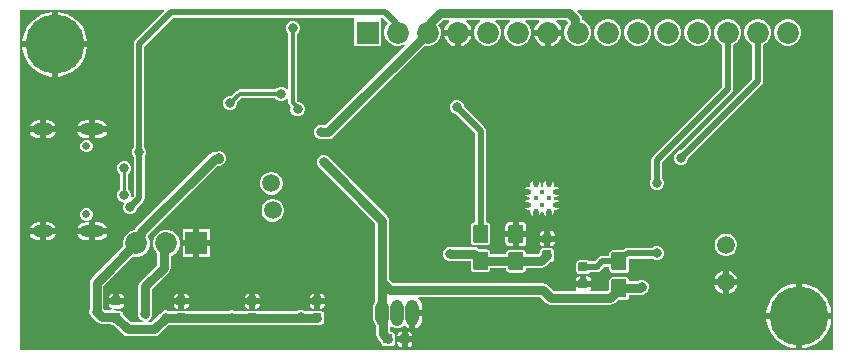
<source format=gbr>
%TF.GenerationSoftware,Altium Limited,Altium Designer,24.0.1 (36)*%
G04 Layer_Physical_Order=2*
G04 Layer_Color=16711680*
%FSLAX45Y45*%
%MOMM*%
%TF.SameCoordinates,0E29F696-F137-483D-8A73-7D746D5A856F*%
%TF.FilePolarity,Positive*%
%TF.FileFunction,Copper,L2,Bot,Signal*%
%TF.Part,Single*%
G01*
G75*
%TA.AperFunction,SMDPad,CuDef*%
G04:AMPARAMS|DCode=12|XSize=1.524mm|YSize=1.27mm|CornerRadius=0.09525mm|HoleSize=0mm|Usage=FLASHONLY|Rotation=270.000|XOffset=0mm|YOffset=0mm|HoleType=Round|Shape=RoundedRectangle|*
%AMROUNDEDRECTD12*
21,1,1.52400,1.07950,0,0,270.0*
21,1,1.33350,1.27000,0,0,270.0*
1,1,0.19050,-0.53975,-0.66675*
1,1,0.19050,-0.53975,0.66675*
1,1,0.19050,0.53975,0.66675*
1,1,0.19050,0.53975,-0.66675*
%
%ADD12ROUNDEDRECTD12*%
G04:AMPARAMS|DCode=16|XSize=0.762mm|YSize=0.762mm|CornerRadius=0.0381mm|HoleSize=0mm|Usage=FLASHONLY|Rotation=0.000|XOffset=0mm|YOffset=0mm|HoleType=Round|Shape=RoundedRectangle|*
%AMROUNDEDRECTD16*
21,1,0.76200,0.68580,0,0,0.0*
21,1,0.68580,0.76200,0,0,0.0*
1,1,0.07620,0.34290,-0.34290*
1,1,0.07620,-0.34290,-0.34290*
1,1,0.07620,-0.34290,0.34290*
1,1,0.07620,0.34290,0.34290*
%
%ADD16ROUNDEDRECTD16*%
%TA.AperFunction,Conductor*%
%ADD22C,0.50000*%
%ADD23C,0.25000*%
%ADD25C,0.75000*%
%ADD26C,0.30000*%
%TA.AperFunction,ComponentPad*%
%ADD27C,0.40000*%
%ADD28C,1.85000*%
%ADD29R,1.85000X1.85000*%
%ADD30O,1.11000X2.22000*%
%ADD31C,0.65000*%
%ADD32O,2.10000X1.00000*%
%ADD33O,1.80000X1.00000*%
%ADD34C,5.00000*%
%TA.AperFunction,ViaPad*%
%ADD35C,1.50000*%
%ADD36C,0.80000*%
%TA.AperFunction,SMDPad,CuDef*%
G04:AMPARAMS|DCode=37|XSize=0.762mm|YSize=0.762mm|CornerRadius=0.0381mm|HoleSize=0mm|Usage=FLASHONLY|Rotation=270.000|XOffset=0mm|YOffset=0mm|HoleType=Round|Shape=RoundedRectangle|*
%AMROUNDEDRECTD37*
21,1,0.76200,0.68580,0,0,270.0*
21,1,0.68580,0.76200,0,0,270.0*
1,1,0.07620,-0.34290,-0.34290*
1,1,0.07620,-0.34290,0.34290*
1,1,0.07620,0.34290,0.34290*
1,1,0.07620,0.34290,-0.34290*
%
%ADD37ROUNDEDRECTD37*%
G36*
X6941373Y2250000D02*
X6941373Y2249999D01*
Y750000D01*
Y58627D01*
X58626D01*
X58627Y2941373D01*
X1272393Y2941373D01*
X1277253Y2929640D01*
X1030837Y2683223D01*
X1020891Y2668338D01*
X1017399Y2650780D01*
Y1773791D01*
X1012415Y1768807D01*
X1003280Y1746755D01*
Y1722885D01*
X1012415Y1700833D01*
X1020918Y1692329D01*
Y1365205D01*
X1011533Y1355819D01*
X1006481Y1357476D01*
X999800Y1362047D01*
Y1383535D01*
X990666Y1405587D01*
X973787Y1422466D01*
X972937Y1422818D01*
Y1548982D01*
X973787Y1549334D01*
X990666Y1566213D01*
X999800Y1588265D01*
Y1612135D01*
X990666Y1634187D01*
X973787Y1651066D01*
X951735Y1660200D01*
X927865D01*
X905813Y1651066D01*
X888934Y1634187D01*
X879800Y1612135D01*
Y1588265D01*
X888934Y1566213D01*
X905813Y1549334D01*
X906663Y1548982D01*
Y1422818D01*
X905813Y1422466D01*
X888934Y1405587D01*
X879800Y1383535D01*
Y1359665D01*
X888934Y1337613D01*
X905813Y1320734D01*
X927865Y1311600D01*
X930754D01*
X937627Y1298900D01*
X930600Y1281935D01*
Y1258065D01*
X939734Y1236013D01*
X956613Y1219134D01*
X978665Y1210000D01*
X1002535D01*
X1024587Y1219134D01*
X1041466Y1236013D01*
X1050600Y1258065D01*
Y1265114D01*
X1099243Y1313757D01*
X1109189Y1328642D01*
X1112682Y1346200D01*
Y1699369D01*
X1114146Y1700833D01*
X1123280Y1722885D01*
Y1746755D01*
X1114146Y1768807D01*
X1109162Y1773791D01*
Y2631775D01*
X1352505Y2875118D01*
X2887303D01*
X2887500Y2862500D01*
X2887500Y2862418D01*
Y2637500D01*
X3112500D01*
Y2862418D01*
X3112500Y2862500D01*
X3112697Y2875118D01*
X3126706D01*
X3173362Y2828462D01*
X3163978Y2819077D01*
X3149167Y2793423D01*
X3141500Y2764811D01*
Y2735189D01*
X3149167Y2706577D01*
X3163978Y2680924D01*
X3184924Y2659978D01*
X3210577Y2645167D01*
X3239189Y2637500D01*
X3268811D01*
X3297423Y2645167D01*
X3308952Y2651823D01*
X3316750Y2641660D01*
X2639673Y1964583D01*
X2616441D01*
X2615435Y1965000D01*
X2591565D01*
X2569513Y1955866D01*
X2552634Y1938987D01*
X2543500Y1916935D01*
Y1893065D01*
X2552634Y1871013D01*
X2569513Y1854134D01*
X2591565Y1845000D01*
X2615435D01*
X2621060Y1847330D01*
X2663957D01*
X2686392Y1851793D01*
X2705412Y1864501D01*
X3481534Y2640623D01*
X3493189Y2637500D01*
X3522811D01*
X3551423Y2645167D01*
X3577077Y2659978D01*
X3598023Y2680924D01*
X3612833Y2706577D01*
X3620500Y2735189D01*
Y2764811D01*
X3612833Y2793423D01*
X3598924Y2817514D01*
X3637784Y2856373D01*
X3686709D01*
X3689399Y2846333D01*
X3689503Y2843673D01*
X3667977Y2822147D01*
X3652508Y2795353D01*
X3647054Y2775000D01*
X3876946D01*
X3871493Y2795353D01*
X3856024Y2822147D01*
X3834497Y2843673D01*
X3834601Y2846333D01*
X3837291Y2856373D01*
X3949844D01*
X3953247Y2843673D01*
X3946924Y2840023D01*
X3925978Y2819077D01*
X3911167Y2793423D01*
X3903500Y2764811D01*
Y2735189D01*
X3911167Y2706577D01*
X3925978Y2680924D01*
X3946924Y2659978D01*
X3972577Y2645167D01*
X4001189Y2637500D01*
X4030811D01*
X4059423Y2645167D01*
X4085077Y2659978D01*
X4106023Y2680924D01*
X4120833Y2706577D01*
X4128500Y2735189D01*
Y2764811D01*
X4120833Y2793423D01*
X4106023Y2819077D01*
X4085077Y2840023D01*
X4078754Y2843673D01*
X4082156Y2856373D01*
X4203844D01*
X4207247Y2843673D01*
X4200924Y2840023D01*
X4179978Y2819077D01*
X4165167Y2793423D01*
X4157500Y2764811D01*
Y2735189D01*
X4165167Y2706577D01*
X4179978Y2680924D01*
X4200924Y2659978D01*
X4226577Y2645167D01*
X4255189Y2637500D01*
X4284811D01*
X4313423Y2645167D01*
X4339077Y2659978D01*
X4360023Y2680924D01*
X4374833Y2706577D01*
X4382500Y2735189D01*
Y2764811D01*
X4374833Y2793423D01*
X4360023Y2819077D01*
X4339077Y2840023D01*
X4332754Y2843673D01*
X4336156Y2856373D01*
X4448709D01*
X4451399Y2846333D01*
X4451503Y2843673D01*
X4429977Y2822147D01*
X4414508Y2795353D01*
X4409054Y2775000D01*
X4638946D01*
X4633493Y2795353D01*
X4618024Y2822147D01*
X4596497Y2843673D01*
X4596601Y2846333D01*
X4599291Y2856373D01*
X4680717D01*
X4698326Y2838764D01*
Y2829425D01*
X4687978Y2819077D01*
X4673167Y2793423D01*
X4665500Y2764811D01*
Y2735189D01*
X4673167Y2706577D01*
X4687978Y2680924D01*
X4708924Y2659978D01*
X4734577Y2645167D01*
X4763189Y2637500D01*
X4792811D01*
X4821423Y2645167D01*
X4847077Y2659978D01*
X4868023Y2680924D01*
X4882833Y2706577D01*
X4890500Y2735189D01*
Y2764811D01*
X4882833Y2793423D01*
X4868023Y2819077D01*
X4847077Y2840023D01*
X4821423Y2854833D01*
X4815579Y2856399D01*
Y2863047D01*
X4811116Y2885483D01*
X4798408Y2904502D01*
X4773270Y2929640D01*
X4778130Y2941373D01*
X6941373D01*
Y2250000D01*
D02*
G37*
%LPC*%
G36*
X375000Y2924468D02*
Y2675000D01*
X624468D01*
X618229Y2714396D01*
X604852Y2755563D01*
X585201Y2794131D01*
X559758Y2829150D01*
X529151Y2859758D01*
X494132Y2885201D01*
X455563Y2904852D01*
X414396Y2918228D01*
X375000Y2924468D01*
D02*
G37*
G36*
X325000D02*
X285604Y2918228D01*
X244437Y2904852D01*
X205869Y2885201D01*
X170850Y2859758D01*
X140242Y2829150D01*
X114799Y2794131D01*
X95148Y2755563D01*
X81771Y2714396D01*
X75532Y2675000D01*
X325000D01*
Y2924468D01*
D02*
G37*
G36*
X6570811Y2862500D02*
X6541189D01*
X6512577Y2854833D01*
X6486924Y2840023D01*
X6465978Y2819077D01*
X6451167Y2793423D01*
X6443500Y2764811D01*
Y2735189D01*
X6451167Y2706577D01*
X6465978Y2680924D01*
X6486924Y2659978D01*
X6512577Y2645167D01*
X6541189Y2637500D01*
X6570811D01*
X6599423Y2645167D01*
X6625077Y2659978D01*
X6646023Y2680924D01*
X6660833Y2706577D01*
X6668500Y2735189D01*
Y2764811D01*
X6660833Y2793423D01*
X6646023Y2819077D01*
X6625077Y2840023D01*
X6599423Y2854833D01*
X6570811Y2862500D01*
D02*
G37*
G36*
X5808811D02*
X5779189D01*
X5750577Y2854833D01*
X5724924Y2840023D01*
X5703978Y2819077D01*
X5689167Y2793423D01*
X5681500Y2764811D01*
Y2735189D01*
X5689167Y2706577D01*
X5703978Y2680924D01*
X5724924Y2659978D01*
X5750577Y2645167D01*
X5779189Y2637500D01*
X5808811D01*
X5837423Y2645167D01*
X5863077Y2659978D01*
X5884023Y2680924D01*
X5898833Y2706577D01*
X5906500Y2735189D01*
Y2764811D01*
X5898833Y2793423D01*
X5884023Y2819077D01*
X5863077Y2840023D01*
X5837423Y2854833D01*
X5808811Y2862500D01*
D02*
G37*
G36*
X5554811D02*
X5525189D01*
X5496577Y2854833D01*
X5470924Y2840023D01*
X5449978Y2819077D01*
X5435167Y2793423D01*
X5427500Y2764811D01*
Y2735189D01*
X5435167Y2706577D01*
X5449978Y2680924D01*
X5470924Y2659978D01*
X5496577Y2645167D01*
X5525189Y2637500D01*
X5554811D01*
X5583423Y2645167D01*
X5609077Y2659978D01*
X5630023Y2680924D01*
X5644833Y2706577D01*
X5652500Y2735189D01*
Y2764811D01*
X5644833Y2793423D01*
X5630023Y2819077D01*
X5609077Y2840023D01*
X5583423Y2854833D01*
X5554811Y2862500D01*
D02*
G37*
G36*
X5300811D02*
X5271189D01*
X5242577Y2854833D01*
X5216924Y2840023D01*
X5195978Y2819077D01*
X5181167Y2793423D01*
X5173500Y2764811D01*
Y2735189D01*
X5181167Y2706577D01*
X5195978Y2680924D01*
X5216924Y2659978D01*
X5242577Y2645167D01*
X5271189Y2637500D01*
X5300811D01*
X5329423Y2645167D01*
X5355077Y2659978D01*
X5376023Y2680924D01*
X5390833Y2706577D01*
X5398500Y2735189D01*
Y2764811D01*
X5390833Y2793423D01*
X5376023Y2819077D01*
X5355077Y2840023D01*
X5329423Y2854833D01*
X5300811Y2862500D01*
D02*
G37*
G36*
X5046811D02*
X5017189D01*
X4988577Y2854833D01*
X4962924Y2840023D01*
X4941978Y2819077D01*
X4927167Y2793423D01*
X4919500Y2764811D01*
Y2735189D01*
X4927167Y2706577D01*
X4941978Y2680924D01*
X4962924Y2659978D01*
X4988577Y2645167D01*
X5017189Y2637500D01*
X5046811D01*
X5075423Y2645167D01*
X5101077Y2659978D01*
X5122023Y2680924D01*
X5136833Y2706577D01*
X5144500Y2735189D01*
Y2764811D01*
X5136833Y2793423D01*
X5122023Y2819077D01*
X5101077Y2840023D01*
X5075423Y2854833D01*
X5046811Y2862500D01*
D02*
G37*
G36*
X4638946Y2725000D02*
X4549000D01*
Y2635054D01*
X4569353Y2640508D01*
X4596147Y2655977D01*
X4618024Y2677853D01*
X4633493Y2704647D01*
X4638946Y2725000D01*
D02*
G37*
G36*
X4499000D02*
X4409054D01*
X4414508Y2704647D01*
X4429977Y2677853D01*
X4451853Y2655977D01*
X4478647Y2640508D01*
X4499000Y2635054D01*
Y2725000D01*
D02*
G37*
G36*
X3876946D02*
X3787000D01*
Y2635054D01*
X3807353Y2640508D01*
X3834147Y2655977D01*
X3856024Y2677853D01*
X3871493Y2704647D01*
X3876946Y2725000D01*
D02*
G37*
G36*
X3737000D02*
X3647054D01*
X3652508Y2704647D01*
X3667977Y2677853D01*
X3689853Y2655977D01*
X3716647Y2640508D01*
X3737000Y2635054D01*
Y2725000D01*
D02*
G37*
G36*
X624468Y2625000D02*
X375000D01*
Y2375531D01*
X414396Y2381771D01*
X455563Y2395147D01*
X494132Y2414799D01*
X529151Y2440241D01*
X559758Y2470849D01*
X585201Y2505868D01*
X604852Y2544436D01*
X618229Y2585604D01*
X624468Y2625000D01*
D02*
G37*
G36*
X325000D02*
X75532D01*
X81771Y2585604D01*
X95148Y2544436D01*
X114799Y2505868D01*
X140242Y2470849D01*
X170850Y2440241D01*
X205869Y2414799D01*
X244437Y2395147D01*
X285604Y2381771D01*
X325000Y2375531D01*
Y2625000D01*
D02*
G37*
G36*
X2376675Y2848920D02*
X2352805D01*
X2330753Y2839786D01*
X2313874Y2822907D01*
X2304740Y2800855D01*
Y2776985D01*
X2313874Y2754933D01*
X2329054Y2739753D01*
Y2273272D01*
X2328969Y2273215D01*
X2316354Y2269378D01*
X2302207Y2283526D01*
X2280155Y2292660D01*
X2256285D01*
X2234233Y2283526D01*
X2219053Y2268346D01*
X1915160D01*
X1901504Y2265629D01*
X1889926Y2257894D01*
X1845953Y2213920D01*
X1824485D01*
X1802433Y2204786D01*
X1785554Y2187907D01*
X1776420Y2165855D01*
Y2141985D01*
X1785554Y2119933D01*
X1802433Y2103054D01*
X1824485Y2093920D01*
X1848355D01*
X1870407Y2103054D01*
X1887286Y2119933D01*
X1896420Y2141985D01*
Y2163453D01*
X1929942Y2196974D01*
X2219053D01*
X2234233Y2181794D01*
X2256285Y2172660D01*
X2280155D01*
X2302207Y2181794D01*
X2316354Y2195942D01*
X2328969Y2192105D01*
X2329054Y2192048D01*
Y2157290D01*
X2331771Y2143634D01*
X2339506Y2132056D01*
X2348639Y2122923D01*
X2345380Y2115055D01*
Y2091185D01*
X2354514Y2069133D01*
X2371393Y2052254D01*
X2393445Y2043120D01*
X2417315D01*
X2439367Y2052254D01*
X2456246Y2069133D01*
X2465380Y2091185D01*
Y2115055D01*
X2456246Y2137107D01*
X2439367Y2153986D01*
X2417315Y2163120D01*
X2409377D01*
X2400426Y2172072D01*
Y2739753D01*
X2415606Y2754933D01*
X2424740Y2776985D01*
Y2800855D01*
X2415606Y2822907D01*
X2398727Y2839786D01*
X2376675Y2848920D01*
D02*
G37*
G36*
X723000Y2007647D02*
X693000D01*
Y1957000D01*
X793824D01*
X788512Y1969823D01*
X776491Y1985491D01*
X760824Y1997512D01*
X742579Y2005069D01*
X723000Y2007647D01*
D02*
G37*
G36*
X643000D02*
X613000D01*
X593421Y2005069D01*
X575176Y1997512D01*
X559509Y1985491D01*
X547488Y1969823D01*
X542176Y1957000D01*
X643000D01*
Y2007647D01*
D02*
G37*
G36*
X290000D02*
X275000D01*
Y1957000D01*
X360824D01*
X355512Y1969823D01*
X343491Y1985491D01*
X327823Y1997512D01*
X309579Y2005069D01*
X290000Y2007647D01*
D02*
G37*
G36*
X225000D02*
X210000D01*
X190421Y2005069D01*
X172177Y1997512D01*
X156509Y1985491D01*
X144488Y1969823D01*
X139176Y1957000D01*
X225000D01*
Y2007647D01*
D02*
G37*
G36*
X793824Y1907000D02*
X693000D01*
Y1856353D01*
X723000D01*
X742579Y1858930D01*
X760824Y1866488D01*
X776491Y1878509D01*
X788512Y1894177D01*
X793824Y1907000D01*
D02*
G37*
G36*
X643000D02*
X542176D01*
X547488Y1894177D01*
X559509Y1878509D01*
X575176Y1866488D01*
X593421Y1858930D01*
X613000Y1856353D01*
X643000D01*
Y1907000D01*
D02*
G37*
G36*
X360824D02*
X275000D01*
Y1856353D01*
X290000D01*
X309579Y1858930D01*
X327823Y1866488D01*
X343491Y1878509D01*
X355512Y1894177D01*
X360824Y1907000D01*
D02*
G37*
G36*
X225000D02*
X139176D01*
X144488Y1894177D01*
X156509Y1878509D01*
X172177Y1866488D01*
X190421Y1858930D01*
X210000Y1856353D01*
X225000D01*
Y1907000D01*
D02*
G37*
G36*
X628443Y1841500D02*
X607557D01*
X588261Y1833507D01*
X573493Y1818739D01*
X565500Y1799443D01*
Y1778557D01*
X573493Y1759261D01*
X588261Y1744493D01*
X607557Y1736500D01*
X628443D01*
X647739Y1744493D01*
X662507Y1759261D01*
X670500Y1778557D01*
Y1799443D01*
X662507Y1818739D01*
X647739Y1833507D01*
X628443Y1841500D01*
D02*
G37*
G36*
X6316811Y2862500D02*
X6287189D01*
X6258577Y2854833D01*
X6232924Y2840023D01*
X6211978Y2819077D01*
X6197167Y2793423D01*
X6189500Y2764811D01*
Y2735189D01*
X6197167Y2706577D01*
X6211978Y2680924D01*
X6232924Y2659978D01*
X6256119Y2646586D01*
Y2358605D01*
X5649154Y1751640D01*
X5642105D01*
X5620053Y1742506D01*
X5603174Y1725627D01*
X5594040Y1703575D01*
Y1679705D01*
X5603174Y1657653D01*
X5620053Y1640774D01*
X5642105Y1631640D01*
X5665975D01*
X5688027Y1640774D01*
X5704906Y1657653D01*
X5714040Y1679705D01*
Y1686754D01*
X6334443Y2307157D01*
X6344389Y2322042D01*
X6347882Y2339600D01*
Y2646586D01*
X6371077Y2659978D01*
X6392023Y2680924D01*
X6406833Y2706577D01*
X6414500Y2735189D01*
Y2764811D01*
X6406833Y2793423D01*
X6392023Y2819077D01*
X6371077Y2840023D01*
X6345423Y2854833D01*
X6316811Y2862500D01*
D02*
G37*
G36*
X1752415Y1744020D02*
X1728545D01*
X1722920Y1741690D01*
X1703383D01*
X1680948Y1737227D01*
X1661928Y1724519D01*
X1041962Y1104552D01*
X1029253Y1085532D01*
X1027695Y1077700D01*
X1026589D01*
X997977Y1070033D01*
X972323Y1055222D01*
X951378Y1034277D01*
X936567Y1008623D01*
X928900Y980011D01*
Y950389D01*
X932023Y938733D01*
X662245Y668955D01*
X649536Y649935D01*
X645073Y627500D01*
Y402064D01*
X643700Y398749D01*
Y374879D01*
X652834Y352827D01*
X669713Y335949D01*
X673029Y334575D01*
X706179Y301425D01*
X725199Y288716D01*
X747634Y284253D01*
X821796D01*
X827920Y280161D01*
X837210Y278314D01*
X847156D01*
X928165Y197305D01*
X947185Y184596D01*
X969620Y180133D01*
X1189780D01*
X1212215Y184596D01*
X1231235Y197305D01*
X1312184Y278253D01*
X1831449D01*
X1834765Y276880D01*
X1858635D01*
X1861950Y278253D01*
X2423547D01*
X2430900Y279716D01*
X2438253Y278253D01*
X2571500D01*
X2571802Y278314D01*
X2605790D01*
X2615080Y280161D01*
X2622956Y285424D01*
X2628218Y293300D01*
X2630066Y302590D01*
Y336577D01*
X2630126Y336880D01*
X2630066Y337182D01*
Y371170D01*
X2628218Y380460D01*
X2622956Y388336D01*
X2615080Y393598D01*
X2605790Y395446D01*
X2571802D01*
X2571500Y395506D01*
X2460636D01*
X2442835Y402880D01*
X2418965D01*
X2401164Y395506D01*
X1861950D01*
X1858635Y396880D01*
X1834765D01*
X1831449Y395506D01*
X1303150D01*
X1299835Y396880D01*
X1275965D01*
X1253913Y387745D01*
X1237034Y370867D01*
X1235661Y367551D01*
X1165496Y297387D01*
X1142506D01*
X1139980Y310087D01*
X1151587Y314894D01*
X1168466Y331773D01*
X1177600Y353825D01*
Y377695D01*
X1176227Y381010D01*
Y577696D01*
X1317275Y718745D01*
X1329984Y737765D01*
X1334446Y760200D01*
Y859194D01*
X1338823Y860367D01*
X1364477Y875178D01*
X1385422Y896123D01*
X1400233Y921777D01*
X1407900Y950389D01*
Y980011D01*
X1400233Y1008623D01*
X1385422Y1034277D01*
X1364477Y1055222D01*
X1338823Y1070033D01*
X1310211Y1077700D01*
X1280589D01*
X1251977Y1070033D01*
X1226323Y1055222D01*
X1205378Y1034277D01*
X1190567Y1008623D01*
X1182900Y980011D01*
Y950389D01*
X1190567Y921777D01*
X1205378Y896123D01*
X1217193Y884308D01*
Y784484D01*
X1076145Y643435D01*
X1063436Y624415D01*
X1058973Y601980D01*
Y381010D01*
X1057600Y377695D01*
Y353825D01*
X1066734Y331773D01*
X1083613Y314894D01*
X1095220Y310087D01*
X1092694Y297387D01*
X993904D01*
X930066Y361224D01*
Y371170D01*
X928218Y380460D01*
X922956Y388336D01*
X915080Y393598D01*
X905790Y395446D01*
X874219D01*
X870900Y396106D01*
X868403D01*
X867000Y397044D01*
X851054Y400216D01*
X852305Y412916D01*
X905790D01*
X917031Y415152D01*
X926561Y421519D01*
X932928Y431049D01*
X935164Y442290D01*
Y451580D01*
X871500D01*
X807836D01*
Y442290D01*
X810072Y431049D01*
X816439Y421519D01*
X825969Y415152D01*
X830720Y414206D01*
X829470Y401506D01*
X771918D01*
X762326Y411098D01*
Y603216D01*
X1014933Y855823D01*
X1026589Y852700D01*
X1056211D01*
X1084823Y860367D01*
X1110477Y875178D01*
X1131422Y896123D01*
X1146233Y921777D01*
X1153900Y950389D01*
Y980011D01*
X1146233Y1008623D01*
X1138921Y1021288D01*
X1142043Y1036982D01*
Y1038813D01*
X1727630Y1624399D01*
X1728545Y1624020D01*
X1752415D01*
X1774467Y1633154D01*
X1791346Y1650033D01*
X1800480Y1672085D01*
Y1695955D01*
X1791346Y1718007D01*
X1774467Y1734886D01*
X1752415Y1744020D01*
D02*
G37*
G36*
X4445999Y1494352D02*
Y1456000D01*
X4396000D01*
Y1494352D01*
X4395510Y1494149D01*
X4382851Y1481490D01*
X4376000Y1464951D01*
Y1457733D01*
X4375037Y1446963D01*
X4364267Y1446000D01*
X4357049D01*
X4340509Y1439149D01*
X4327851Y1426490D01*
X4327648Y1426000D01*
X4365999D01*
Y1376000D01*
X4327648D01*
X4327851Y1375510D01*
X4340509Y1362851D01*
X4357049Y1356000D01*
X4364267D01*
X4367114Y1355746D01*
X4372598Y1346000D01*
X4367114Y1336255D01*
X4364267Y1336000D01*
X4357049D01*
X4340509Y1329149D01*
X4327851Y1316490D01*
X4327647Y1315999D01*
X4365999D01*
Y1266000D01*
X4327648D01*
X4327851Y1265510D01*
X4340509Y1252851D01*
X4357049Y1246000D01*
X4364267D01*
X4375037Y1245037D01*
X4376000Y1234267D01*
Y1227049D01*
X4382851Y1210510D01*
X4395510Y1197851D01*
X4396000Y1197648D01*
Y1236000D01*
X4445999D01*
Y1197648D01*
X4446490Y1197851D01*
X4459149Y1210510D01*
X4466000Y1227049D01*
Y1234267D01*
X4466305Y1237674D01*
X4472597Y1241559D01*
X4485935Y1234999D01*
X4486000Y1234267D01*
Y1227049D01*
X4492851Y1210510D01*
X4505510Y1197851D01*
X4506000Y1197648D01*
Y1236000D01*
X4556000D01*
Y1197648D01*
X4556491Y1197851D01*
X4569149Y1210510D01*
X4576000Y1227049D01*
Y1234267D01*
X4576963Y1245037D01*
X4587733Y1246000D01*
X4594951D01*
X4611490Y1252851D01*
X4624149Y1265510D01*
X4624352Y1266000D01*
X4586000D01*
Y1315999D01*
X4624352D01*
X4624149Y1316490D01*
X4611490Y1329149D01*
X4594951Y1336000D01*
X4587733D01*
X4576963Y1336963D01*
X4576155Y1346000D01*
X4576963Y1355037D01*
X4587733Y1356000D01*
X4594951D01*
X4611490Y1362851D01*
X4624149Y1375510D01*
X4624352Y1376000D01*
X4586000D01*
Y1426000D01*
X4624352D01*
X4624149Y1426490D01*
X4611490Y1439149D01*
X4594951Y1446000D01*
X4587733D01*
X4576963Y1446963D01*
X4576000Y1457733D01*
Y1464951D01*
X4569149Y1481490D01*
X4556491Y1494149D01*
X4556000Y1494352D01*
Y1456000D01*
X4506000D01*
Y1494352D01*
X4505510Y1494149D01*
X4492851Y1481490D01*
X4486000Y1464951D01*
Y1457733D01*
X4485037Y1446963D01*
X4476000Y1446155D01*
X4466963Y1446963D01*
X4466000Y1457733D01*
Y1464951D01*
X4459149Y1481490D01*
X4446490Y1494149D01*
X4445999Y1494352D01*
D02*
G37*
G36*
X6062811Y2862500D02*
X6033189D01*
X6004577Y2854833D01*
X5978924Y2840023D01*
X5957978Y2819077D01*
X5943167Y2793423D01*
X5935500Y2764811D01*
Y2735189D01*
X5943167Y2706577D01*
X5957978Y2680924D01*
X5978924Y2659978D01*
X6002119Y2646586D01*
Y2292565D01*
X5414557Y1705003D01*
X5404611Y1690118D01*
X5401118Y1672560D01*
Y1514971D01*
X5396134Y1509987D01*
X5387000Y1487935D01*
Y1464065D01*
X5396134Y1442013D01*
X5413013Y1425135D01*
X5435065Y1416000D01*
X5458935D01*
X5480987Y1425135D01*
X5497866Y1442013D01*
X5507000Y1464065D01*
Y1487935D01*
X5497866Y1509987D01*
X5492882Y1514971D01*
Y1653555D01*
X6080443Y2241117D01*
X6090389Y2256002D01*
X6093882Y2273560D01*
Y2646586D01*
X6117077Y2659978D01*
X6138023Y2680924D01*
X6152833Y2706577D01*
X6160500Y2735189D01*
Y2764811D01*
X6152833Y2793423D01*
X6138023Y2819077D01*
X6117077Y2840023D01*
X6091423Y2854833D01*
X6062811Y2862500D01*
D02*
G37*
G36*
X2196907Y1568200D02*
X2171893D01*
X2147732Y1561726D01*
X2126069Y1549219D01*
X2108381Y1531531D01*
X2095874Y1509868D01*
X2089400Y1485707D01*
Y1460693D01*
X2095874Y1436532D01*
X2108381Y1414869D01*
X2126069Y1397181D01*
X2147732Y1384674D01*
X2171893Y1378200D01*
X2196907D01*
X2221068Y1384674D01*
X2242731Y1397181D01*
X2260419Y1414869D01*
X2272926Y1436532D01*
X2279400Y1460693D01*
Y1485707D01*
X2272926Y1509868D01*
X2260419Y1531531D01*
X2242731Y1549219D01*
X2221068Y1561726D01*
X2196907Y1568200D01*
D02*
G37*
G36*
X628443Y1263500D02*
X607557D01*
X588261Y1255508D01*
X573493Y1240739D01*
X565500Y1221443D01*
Y1200557D01*
X573493Y1181261D01*
X588261Y1166493D01*
X607557Y1158500D01*
X628443D01*
X647739Y1166493D01*
X662507Y1181261D01*
X670500Y1200557D01*
Y1221443D01*
X662507Y1240739D01*
X647739Y1255508D01*
X628443Y1263500D01*
D02*
G37*
G36*
X2208307Y1339600D02*
X2183293D01*
X2159132Y1333126D01*
X2137469Y1320619D01*
X2119781Y1302931D01*
X2107274Y1281268D01*
X2100800Y1257107D01*
Y1232093D01*
X2107274Y1207932D01*
X2119781Y1186269D01*
X2137469Y1168581D01*
X2159132Y1156074D01*
X2183293Y1149600D01*
X2208307D01*
X2232468Y1156074D01*
X2254131Y1168581D01*
X2271819Y1186269D01*
X2284326Y1207932D01*
X2290800Y1232093D01*
Y1257107D01*
X2284326Y1281268D01*
X2271819Y1302931D01*
X2254131Y1320619D01*
X2232468Y1333126D01*
X2208307Y1339600D01*
D02*
G37*
G36*
X723000Y1143647D02*
X693000D01*
Y1093000D01*
X793824D01*
X788512Y1105824D01*
X776491Y1121491D01*
X760824Y1133512D01*
X742579Y1141070D01*
X723000Y1143647D01*
D02*
G37*
G36*
X643000D02*
X613000D01*
X593421Y1141070D01*
X575176Y1133512D01*
X559509Y1121491D01*
X547488Y1105824D01*
X542176Y1093000D01*
X643000D01*
Y1143647D01*
D02*
G37*
G36*
X290000D02*
X275000D01*
Y1093000D01*
X360824D01*
X355512Y1105824D01*
X343491Y1121491D01*
X327823Y1133512D01*
X309579Y1141070D01*
X290000Y1143647D01*
D02*
G37*
G36*
X225000D02*
X210000D01*
X190421Y1141070D01*
X172177Y1133512D01*
X156509Y1121491D01*
X144488Y1105824D01*
X139176Y1093000D01*
X225000D01*
Y1143647D01*
D02*
G37*
G36*
X4308475Y1145816D02*
X4279500D01*
Y1068940D01*
X4343676D01*
Y1110615D01*
X4340997Y1124086D01*
X4333366Y1135506D01*
X4321946Y1143137D01*
X4308475Y1145816D01*
D02*
G37*
G36*
X4229500D02*
X4200525D01*
X4187054Y1143137D01*
X4175634Y1135506D01*
X4168003Y1124086D01*
X4165324Y1110615D01*
Y1068940D01*
X4229500D01*
Y1145816D01*
D02*
G37*
G36*
X4552950Y1069504D02*
X4543660D01*
Y1030840D01*
X4582324D01*
Y1040130D01*
X4580088Y1051371D01*
X4573721Y1060901D01*
X4564191Y1067268D01*
X4552950Y1069504D01*
D02*
G37*
G36*
X4493660D02*
X4484370D01*
X4473129Y1067268D01*
X4463599Y1060901D01*
X4457232Y1051371D01*
X4454996Y1040130D01*
Y1030840D01*
X4493660D01*
Y1069504D01*
D02*
G37*
G36*
X793824Y1043000D02*
X693000D01*
Y992353D01*
X723000D01*
X742579Y994931D01*
X760824Y1002488D01*
X776491Y1014510D01*
X788512Y1030177D01*
X793824Y1043000D01*
D02*
G37*
G36*
X643000D02*
X542176D01*
X547488Y1030177D01*
X559509Y1014510D01*
X575176Y1002488D01*
X593421Y994931D01*
X613000Y992353D01*
X643000D01*
Y1043000D01*
D02*
G37*
G36*
X360824D02*
X275000D01*
Y992353D01*
X290000D01*
X309579Y994931D01*
X327823Y1002488D01*
X343491Y1014510D01*
X355512Y1030177D01*
X360824Y1043000D01*
D02*
G37*
G36*
X225000D02*
X139176D01*
X144488Y1030177D01*
X156509Y1014510D01*
X172177Y1002488D01*
X190421Y994931D01*
X210000Y992353D01*
X225000D01*
Y1043000D01*
D02*
G37*
G36*
X1666900Y1082700D02*
X1574400D01*
Y990200D01*
X1666900D01*
Y1082700D01*
D02*
G37*
G36*
X1524400D02*
X1431900D01*
Y990200D01*
X1524400D01*
Y1082700D01*
D02*
G37*
G36*
X3766055Y2180900D02*
X3742185D01*
X3720133Y2171766D01*
X3703254Y2154887D01*
X3694120Y2132835D01*
Y2108965D01*
X3703254Y2086913D01*
X3720133Y2070034D01*
X3742185Y2060900D01*
X3749234D01*
X3908919Y1901215D01*
Y1143378D01*
X3900825D01*
X3889305Y1141087D01*
X3879539Y1134561D01*
X3873013Y1124795D01*
X3870722Y1113275D01*
Y979925D01*
X3873013Y968405D01*
X3879539Y958639D01*
X3889305Y952113D01*
X3900825Y949822D01*
X4008775D01*
X4020295Y952113D01*
X4030061Y958639D01*
X4036587Y968405D01*
X4038878Y979925D01*
Y1113275D01*
X4036587Y1124795D01*
X4030061Y1134561D01*
X4020295Y1141087D01*
X4008775Y1143378D01*
X4000682D01*
Y1920220D01*
X3997189Y1937778D01*
X3987243Y1952663D01*
X3814120Y2125786D01*
Y2132835D01*
X3804986Y2154887D01*
X3788107Y2171766D01*
X3766055Y2180900D01*
D02*
G37*
G36*
X4582324Y980840D02*
X4543660D01*
Y942176D01*
X4552950D01*
X4564191Y944412D01*
X4573721Y950779D01*
X4580088Y960309D01*
X4582324Y971550D01*
Y980840D01*
D02*
G37*
G36*
X4493660D02*
X4454996D01*
Y971550D01*
X4457232Y960309D01*
X4463599Y950779D01*
X4473129Y944412D01*
X4484370Y942176D01*
X4493660D01*
Y980840D01*
D02*
G37*
G36*
X4343676Y1018940D02*
X4279500D01*
Y942064D01*
X4308475D01*
X4321946Y944743D01*
X4333366Y952374D01*
X4340997Y963794D01*
X4343676Y977265D01*
Y1018940D01*
D02*
G37*
G36*
X4229500D02*
X4165324D01*
Y977265D01*
X4168003Y963794D01*
X4175634Y952374D01*
X4187054Y944743D01*
X4200525Y942064D01*
X4229500D01*
Y1018940D01*
D02*
G37*
G36*
X6045007Y1047500D02*
X6019993D01*
X5995832Y1041026D01*
X5974169Y1028519D01*
X5956481Y1010831D01*
X5943974Y989168D01*
X5937500Y965007D01*
Y939993D01*
X5943974Y915832D01*
X5956481Y894169D01*
X5974169Y876481D01*
X5995832Y863974D01*
X6019993Y857500D01*
X6045007D01*
X6069168Y863974D01*
X6090831Y876481D01*
X6108519Y894169D01*
X6121026Y915832D01*
X6127500Y939993D01*
Y965007D01*
X6121026Y989168D01*
X6108519Y1010831D01*
X6090831Y1028519D01*
X6069168Y1041026D01*
X6045007Y1047500D01*
D02*
G37*
G36*
X1666900Y940200D02*
X1574400D01*
Y847700D01*
X1666900D01*
Y940200D01*
D02*
G37*
G36*
X1524400D02*
X1431900D01*
Y847700D01*
X1524400D01*
Y940200D01*
D02*
G37*
G36*
X5457695Y941380D02*
X5433825D01*
X5411773Y932246D01*
X5406789Y927262D01*
X5199380D01*
X5181822Y923769D01*
X5166937Y913823D01*
X5162692Y909578D01*
X5076825D01*
X5065305Y907287D01*
X5055539Y900761D01*
X5049013Y890995D01*
X5046722Y879475D01*
Y858682D01*
X4984550D01*
X4966992Y855189D01*
X4952107Y845243D01*
X4920095Y813231D01*
X4877606D01*
X4877456Y813456D01*
X4869580Y818718D01*
X4860290Y820566D01*
X4791710D01*
X4782420Y818718D01*
X4774544Y813456D01*
X4769282Y805580D01*
X4767434Y796290D01*
Y727710D01*
X4769282Y718420D01*
X4774544Y710544D01*
X4782420Y705282D01*
X4791710Y703434D01*
X4860290D01*
X4869580Y705282D01*
X4877456Y710544D01*
X4882718Y718420D01*
X4883325Y721468D01*
X4939100D01*
X4956658Y724961D01*
X4971543Y734907D01*
X5003555Y766918D01*
X5046722D01*
Y746125D01*
X5049013Y734605D01*
X5055539Y724839D01*
X5065305Y718313D01*
X5076825Y716022D01*
X5184775D01*
X5196295Y718313D01*
X5206061Y724839D01*
X5212587Y734605D01*
X5214878Y746125D01*
Y831992D01*
X5218385Y835498D01*
X5406789D01*
X5411773Y830514D01*
X5433825Y821380D01*
X5457695D01*
X5479747Y830514D01*
X5496626Y847393D01*
X5505760Y869445D01*
Y893315D01*
X5496626Y915367D01*
X5479747Y932246D01*
X5457695Y941380D01*
D02*
G37*
G36*
X3707635Y936300D02*
X3683765D01*
X3661713Y927166D01*
X3644834Y910287D01*
X3635700Y888235D01*
Y864365D01*
X3644834Y842313D01*
X3661713Y825434D01*
X3683765Y816300D01*
X3707635D01*
X3710950Y817673D01*
X3870722D01*
Y751325D01*
X3873013Y739805D01*
X3879539Y730039D01*
X3889305Y723513D01*
X3900825Y721222D01*
X4008775D01*
X4020295Y723513D01*
X4030061Y730039D01*
X4036587Y739805D01*
X4038878Y751325D01*
Y758043D01*
X4170422D01*
Y748665D01*
X4172713Y737145D01*
X4179239Y727379D01*
X4189005Y720853D01*
X4200525Y718562D01*
X4308475D01*
X4319995Y720853D01*
X4329761Y727379D01*
X4336287Y737145D01*
X4338578Y748665D01*
Y756713D01*
X4467860D01*
X4490295Y761176D01*
X4509315Y773885D01*
X4543004Y807574D01*
X4552950D01*
X4562240Y809422D01*
X4570116Y814684D01*
X4575378Y822560D01*
X4577226Y831850D01*
Y865837D01*
X4577287Y866140D01*
X4577226Y866443D01*
Y900430D01*
X4575378Y909720D01*
X4570116Y917596D01*
X4562240Y922858D01*
X4552950Y924706D01*
X4518963D01*
X4518660Y924767D01*
X4518357Y924706D01*
X4484370D01*
X4475080Y922858D01*
X4467204Y917596D01*
X4461942Y909720D01*
X4460094Y900430D01*
Y890484D01*
X4443576Y873967D01*
X4338578D01*
Y882015D01*
X4336287Y893535D01*
X4329761Y903301D01*
X4319995Y909827D01*
X4308475Y912118D01*
X4200525D01*
X4189005Y909827D01*
X4179239Y903301D01*
X4172713Y893535D01*
X4170422Y882015D01*
Y875296D01*
X4038878D01*
Y884675D01*
X4036587Y896195D01*
X4030061Y905961D01*
X4020295Y912487D01*
X4008775Y914778D01*
X3940932D01*
X3937955Y917755D01*
X3918935Y930464D01*
X3896500Y934927D01*
X3710950D01*
X3707635Y936300D01*
D02*
G37*
G36*
X6057500Y731829D02*
Y660000D01*
X6129329D01*
X6125685Y673598D01*
X6112520Y696401D01*
X6093901Y715020D01*
X6071098Y728185D01*
X6057500Y731829D01*
D02*
G37*
G36*
X6007500D02*
X5993902Y728185D01*
X5971099Y715020D01*
X5952480Y696401D01*
X5939315Y673598D01*
X5935671Y660000D01*
X6007500D01*
Y731829D01*
D02*
G37*
G36*
X4860290Y685964D02*
X4851000D01*
Y647300D01*
X4889664D01*
Y656590D01*
X4887428Y667831D01*
X4881061Y677361D01*
X4871531Y683728D01*
X4860290Y685964D01*
D02*
G37*
G36*
X4801000D02*
X4791710D01*
X4780469Y683728D01*
X4770939Y677361D01*
X4764572Y667831D01*
X4762336Y656590D01*
Y647300D01*
X4801000D01*
Y685964D01*
D02*
G37*
G36*
X6129329Y610000D02*
X6057500D01*
Y538171D01*
X6071098Y541815D01*
X6093901Y554980D01*
X6112520Y573599D01*
X6125685Y596402D01*
X6129329Y610000D01*
D02*
G37*
G36*
X6007500D02*
X5935671D01*
X5939315Y596402D01*
X5952480Y573599D01*
X5971099Y554980D01*
X5993902Y541815D01*
X6007500Y538171D01*
Y610000D01*
D02*
G37*
G36*
X2605790Y540244D02*
X2596500D01*
Y501580D01*
X2635164D01*
Y510870D01*
X2632928Y522111D01*
X2626561Y531641D01*
X2617031Y538008D01*
X2605790Y540244D01*
D02*
G37*
G36*
X2055790D02*
X2046500D01*
Y501580D01*
X2085164D01*
Y510870D01*
X2082928Y522111D01*
X2076561Y531641D01*
X2067031Y538008D01*
X2055790Y540244D01*
D02*
G37*
G36*
X1455790D02*
X1446500D01*
Y501580D01*
X1485164D01*
Y510870D01*
X1482928Y522111D01*
X1476561Y531641D01*
X1467031Y538008D01*
X1455790Y540244D01*
D02*
G37*
G36*
X905790D02*
X896500D01*
Y501580D01*
X935164D01*
Y510870D01*
X932928Y522111D01*
X926561Y531641D01*
X917031Y538008D01*
X905790Y540244D01*
D02*
G37*
G36*
X1396500D02*
X1387210D01*
X1375969Y538008D01*
X1366439Y531641D01*
X1360071Y522111D01*
X1357835Y510870D01*
Y501580D01*
X1396500D01*
Y540244D01*
D02*
G37*
G36*
X846500D02*
X837210D01*
X825969Y538008D01*
X816439Y531641D01*
X810072Y522111D01*
X807836Y510870D01*
Y501580D01*
X846500D01*
Y540244D01*
D02*
G37*
G36*
X2546500D02*
X2537210D01*
X2525969Y538008D01*
X2516439Y531641D01*
X2510071Y522111D01*
X2507835Y510870D01*
Y501580D01*
X2546500D01*
Y540244D01*
D02*
G37*
G36*
X1996500D02*
X1987210D01*
X1975969Y538008D01*
X1966439Y531641D01*
X1960072Y522111D01*
X1957836Y510870D01*
Y501580D01*
X1996500D01*
Y540244D01*
D02*
G37*
G36*
X2638295Y1716080D02*
X2614425D01*
X2592373Y1706946D01*
X2575494Y1690067D01*
X2566360Y1668015D01*
Y1644145D01*
X2575494Y1622093D01*
X2592373Y1605214D01*
X2595689Y1603841D01*
X3065573Y1133956D01*
Y637540D01*
Y481404D01*
X3058251Y471861D01*
X3050643Y453494D01*
X3048049Y433785D01*
Y322785D01*
X3050643Y303076D01*
X3058251Y284709D01*
X3070353Y268938D01*
X3072461Y267320D01*
Y196312D01*
X3076924Y173877D01*
X3089633Y154857D01*
X3116434Y128056D01*
Y118110D01*
X3118282Y108820D01*
X3123544Y100944D01*
X3131420Y95682D01*
X3140710Y93834D01*
X3174699D01*
X3175000Y93774D01*
X3175301Y93834D01*
X3209290D01*
X3218580Y95682D01*
X3226456Y100944D01*
X3231718Y108820D01*
X3233566Y118110D01*
Y152099D01*
X3233626Y152400D01*
X3233566Y152701D01*
Y186690D01*
X3231718Y195980D01*
X3226456Y203856D01*
X3218580Y209118D01*
X3209290Y210966D01*
X3199344D01*
X3189714Y220596D01*
Y258791D01*
X3202414Y265054D01*
X3213124Y256836D01*
X3231491Y249228D01*
X3251200Y246633D01*
X3270909Y249228D01*
X3289276Y256836D01*
X3303156Y267486D01*
X3310229Y269135D01*
X3317899D01*
X3320787Y265372D01*
X3337603Y252468D01*
X3353200Y246008D01*
Y378285D01*
X3378200D01*
Y403285D01*
X3459395D01*
Y433785D01*
X3456628Y454800D01*
X3448517Y474382D01*
X3435613Y491198D01*
X3425572Y498903D01*
X3429883Y511603D01*
X4460086D01*
X4510225Y461465D01*
X4529245Y448756D01*
X4551680Y444293D01*
X5049520D01*
X5071955Y448756D01*
X5090975Y461465D01*
X5116932Y487422D01*
X5184775D01*
X5196295Y489713D01*
X5206061Y496239D01*
X5212587Y506005D01*
X5214878Y517525D01*
Y525573D01*
X5304707D01*
X5327142Y530036D01*
X5346162Y542745D01*
X5347121Y543704D01*
X5352747Y546034D01*
X5369626Y562913D01*
X5378760Y584965D01*
Y608835D01*
X5369626Y630887D01*
X5352747Y647766D01*
X5330695Y656900D01*
X5306825D01*
X5284773Y647766D01*
X5279834Y642827D01*
X5214878D01*
Y650875D01*
X5212587Y662395D01*
X5206061Y672161D01*
X5196295Y678687D01*
X5184775Y680978D01*
X5076825D01*
X5065305Y678687D01*
X5055539Y672161D01*
X5049013Y662395D01*
X5046722Y650875D01*
Y583032D01*
X5025236Y561547D01*
X4892531D01*
X4885743Y574247D01*
X4887428Y576769D01*
X4889664Y588010D01*
Y597300D01*
X4826000D01*
X4762336D01*
Y588010D01*
X4764572Y576769D01*
X4766257Y574247D01*
X4759469Y561547D01*
X4575964D01*
X4525825Y611685D01*
X4506805Y624394D01*
X4484370Y628857D01*
X3215794D01*
X3182827Y661824D01*
Y1158240D01*
X3178364Y1180675D01*
X3165655Y1199695D01*
X2678599Y1686751D01*
X2677226Y1690067D01*
X2660347Y1706946D01*
X2638295Y1716080D01*
D02*
G37*
G36*
X2635164Y451580D02*
X2596500D01*
Y412916D01*
X2605790D01*
X2617031Y415152D01*
X2626561Y421519D01*
X2632928Y431049D01*
X2635164Y442290D01*
Y451580D01*
D02*
G37*
G36*
X2546500D02*
X2507835D01*
Y442290D01*
X2510071Y431049D01*
X2516439Y421519D01*
X2525969Y415152D01*
X2537210Y412916D01*
X2546500D01*
Y451580D01*
D02*
G37*
G36*
X2085164D02*
X2046500D01*
Y412916D01*
X2055790D01*
X2067031Y415152D01*
X2076561Y421519D01*
X2082928Y431049D01*
X2085164Y442290D01*
Y451580D01*
D02*
G37*
G36*
X1996500D02*
X1957836D01*
Y442290D01*
X1960072Y431049D01*
X1966439Y421519D01*
X1975969Y415152D01*
X1987210Y412916D01*
X1996500D01*
Y451580D01*
D02*
G37*
G36*
X1485164D02*
X1446500D01*
Y412916D01*
X1455790D01*
X1467031Y415152D01*
X1476561Y421519D01*
X1482928Y431049D01*
X1485164Y442290D01*
Y451580D01*
D02*
G37*
G36*
X1396500D02*
X1357835D01*
Y442290D01*
X1360071Y431049D01*
X1366439Y421519D01*
X1375969Y415152D01*
X1387210Y412916D01*
X1396500D01*
Y451580D01*
D02*
G37*
G36*
X6675000Y624468D02*
Y375000D01*
X6924468D01*
X6918228Y414396D01*
X6904852Y455563D01*
X6885201Y494132D01*
X6859758Y529151D01*
X6829150Y559758D01*
X6794131Y585201D01*
X6755563Y604852D01*
X6714396Y618229D01*
X6675000Y624468D01*
D02*
G37*
G36*
X6625000D02*
X6585604Y618229D01*
X6544436Y604852D01*
X6505868Y585201D01*
X6470849Y559758D01*
X6440242Y529151D01*
X6414799Y494132D01*
X6395147Y455563D01*
X6381771Y414396D01*
X6375532Y375000D01*
X6625000D01*
Y624468D01*
D02*
G37*
G36*
X3459395Y353285D02*
X3403200D01*
Y246008D01*
X3418797Y252468D01*
X3435613Y265372D01*
X3448517Y282188D01*
X3456628Y301770D01*
X3459395Y322785D01*
Y353285D01*
D02*
G37*
G36*
X3348990Y216064D02*
X3339700D01*
Y177400D01*
X3378364D01*
Y186690D01*
X3376128Y197931D01*
X3369761Y207461D01*
X3360231Y213828D01*
X3348990Y216064D01*
D02*
G37*
G36*
X3289700D02*
X3280410D01*
X3269169Y213828D01*
X3259639Y207461D01*
X3253272Y197931D01*
X3251036Y186690D01*
Y177400D01*
X3289700D01*
Y216064D01*
D02*
G37*
G36*
X3378364Y127400D02*
X3339700D01*
Y88736D01*
X3348990D01*
X3360231Y90972D01*
X3369761Y97339D01*
X3376128Y106869D01*
X3378364Y118110D01*
Y127400D01*
D02*
G37*
G36*
X3289700D02*
X3251036D01*
Y118110D01*
X3253272Y106869D01*
X3259639Y97339D01*
X3269169Y90972D01*
X3280410Y88736D01*
X3289700D01*
Y127400D01*
D02*
G37*
G36*
X6924468Y325000D02*
X6675000D01*
Y75532D01*
X6714396Y81771D01*
X6755563Y95148D01*
X6794131Y114799D01*
X6829150Y140242D01*
X6859758Y170850D01*
X6885201Y205869D01*
X6904852Y244437D01*
X6918228Y285604D01*
X6924468Y325000D01*
D02*
G37*
G36*
X6625000D02*
X6375532D01*
X6381771Y285604D01*
X6395147Y244437D01*
X6414799Y205869D01*
X6440242Y170850D01*
X6470849Y140242D01*
X6505868Y114799D01*
X6544436Y95148D01*
X6585604Y81771D01*
X6625000Y75532D01*
Y325000D01*
D02*
G37*
%LPD*%
D12*
X5130800Y584200D02*
D03*
Y812800D02*
D03*
X4254500Y1043940D02*
D03*
Y815340D02*
D03*
X3954800Y818000D02*
D03*
Y1046600D02*
D03*
D16*
X3175000Y152400D02*
D03*
X3314700D02*
D03*
D22*
X1063280Y1734820D02*
Y2650780D01*
X1333500Y2921000D01*
X3145710D01*
X3238500Y2828210D01*
Y2765500D02*
Y2828210D01*
Y2765500D02*
X3254000Y2750000D01*
X5654040Y1691640D02*
X6302000Y2339600D01*
X4984550Y812800D02*
X5130800D01*
X4826000Y762000D02*
X4831350Y767350D01*
X4939100D01*
X4984550Y812800D01*
X5130800Y825500D02*
X5169300Y864000D01*
X5182000D02*
X5199380Y881380D01*
X5130800Y812800D02*
Y825500D01*
X5169300Y864000D02*
X5182000D01*
X5199380Y881380D02*
X5445760D01*
X5447000Y1672560D02*
X6048000Y2273560D01*
Y2750000D01*
X5447000Y1476000D02*
Y1672560D01*
X6302000Y2339600D02*
Y2750000D01*
X1066800Y1346200D02*
Y1727200D01*
X990600Y1270000D02*
X1066800Y1346200D01*
X3754120Y2120900D02*
X3954800Y1920220D01*
Y1046600D02*
Y1920220D01*
D23*
X939800Y1371600D02*
Y1600200D01*
D25*
X3613500Y2915000D02*
X4705000D01*
X4756953Y2863047D01*
X3529048Y2771048D02*
Y2830548D01*
X3613500Y2915000D01*
X4756953Y2771048D02*
Y2863047D01*
X2663957Y1905957D02*
X3508000Y2750000D01*
X2604457Y1905957D02*
X2663957D01*
X2603500Y1905000D02*
X2604457Y1905957D01*
X1703383Y1683063D02*
X1739524D01*
X1740480Y1684020D01*
X1041400Y965200D02*
Y994966D01*
X1083417Y1036982D01*
Y1063097D02*
X1703383Y1683063D01*
X1083417Y1036982D02*
Y1063097D01*
X1275820Y760200D02*
Y945620D01*
X1117600Y601980D02*
X1275820Y760200D01*
Y945620D02*
X1295400Y965200D01*
X1117600Y365760D02*
Y601980D01*
X1189780Y238760D02*
X1287900Y336880D01*
X969620Y238760D02*
X1189780D01*
X870900Y337480D02*
X969620Y238760D01*
X1287900Y336880D02*
X1421500D01*
X703700Y386814D02*
Y627500D01*
Y386814D02*
X747634Y342880D01*
X703700Y627500D02*
X1041400Y965200D01*
X5130800Y584200D02*
X5304707D01*
X5317407Y596900D01*
X5318760D01*
X3124200Y637540D02*
Y1158240D01*
Y378285D02*
Y637540D01*
X4551680Y502920D02*
X5049520D01*
X5092100Y545500D01*
X4484370Y570230D02*
X4551680Y502920D01*
X3191510Y570230D02*
X4484370D01*
X3124200Y637540D02*
X3191510Y570230D01*
X3131088Y196312D02*
Y371397D01*
X3124200Y378285D02*
X3131088Y371397D01*
Y196312D02*
X3175000Y152400D01*
X2626360Y1656080D02*
X3124200Y1158240D01*
X4254500Y815340D02*
X4467860D01*
X4518660Y866140D01*
X3954800Y818000D02*
X3956130Y816670D01*
X4253170D01*
X4254500Y815340D01*
X3896500Y876300D02*
X3916100Y856700D01*
X3695700Y876300D02*
X3896500D01*
X747634Y342880D02*
X844565D01*
X849965Y337480D01*
X870900D01*
X1421500Y336880D02*
X1846700D01*
X2429547Y342880D02*
X2432253D01*
X2438253Y336880D01*
X2423547D02*
X2429547Y342880D01*
X1846700Y336880D02*
X2423547D01*
X2438253D02*
X2571500D01*
D26*
X2364740Y2157290D02*
Y2788920D01*
X1915160Y2232660D02*
X2268220D01*
X1836420Y2153920D02*
X1915160Y2232660D01*
X2405380Y2103120D02*
Y2116650D01*
X2364740Y2157290D02*
X2405380Y2116650D01*
D27*
X4586000Y1401000D02*
D03*
X4476000D02*
D03*
X4531000Y1456000D02*
D03*
X4421000D02*
D03*
X4531000Y1346000D02*
D03*
X4586000Y1291000D02*
D03*
X4476000D02*
D03*
X4421000Y1346000D02*
D03*
X4531000Y1236000D02*
D03*
X4366000Y1401000D02*
D03*
Y1291000D02*
D03*
X4421000Y1236000D02*
D03*
D28*
X6556000Y2750000D02*
D03*
X6302000D02*
D03*
X4778000D02*
D03*
X4524000D02*
D03*
X4270000D02*
D03*
X4016000D02*
D03*
X3254000D02*
D03*
X3508000D02*
D03*
X3762000D02*
D03*
X5032000D02*
D03*
X5286000D02*
D03*
X5540000D02*
D03*
X5794000D02*
D03*
X6048000D02*
D03*
X1041400Y965200D02*
D03*
X1295400D02*
D03*
D29*
X3000000Y2750000D02*
D03*
X1549400Y965200D02*
D03*
D30*
X3124200Y378285D02*
D03*
X3251200D02*
D03*
X3378200D02*
D03*
D31*
X618000Y1789000D02*
D03*
Y1211000D02*
D03*
D32*
X668000Y1068000D02*
D03*
Y1932000D02*
D03*
D33*
X250000Y1068000D02*
D03*
Y1932000D02*
D03*
D34*
X350000Y2650000D02*
D03*
X6650000Y350000D02*
D03*
D35*
X2184400Y1473200D02*
D03*
X2195800Y1244600D02*
D03*
X6032500Y635000D02*
D03*
Y952500D02*
D03*
D36*
X939800Y1371600D02*
D03*
Y1600200D02*
D03*
X2364740Y2788920D02*
D03*
X2603500Y1905000D02*
D03*
X5654040Y1691640D02*
D03*
X1117600Y365760D02*
D03*
X703700Y386814D02*
D03*
X1287900Y336880D02*
D03*
X1740480Y1684020D02*
D03*
X1836420Y2153920D02*
D03*
X2268220Y2232660D02*
D03*
X5318760Y596900D02*
D03*
X2626360Y1656080D02*
D03*
X3695700Y876300D02*
D03*
X5445760Y881380D02*
D03*
X5447000Y1476000D02*
D03*
X990600Y1270000D02*
D03*
X3754120Y2120900D02*
D03*
X2430900Y342880D02*
D03*
X1846700Y336880D02*
D03*
X2405380Y2103120D02*
D03*
X1063280Y1734820D02*
D03*
D37*
X871500Y476580D02*
D03*
Y336880D02*
D03*
X1421500Y476580D02*
D03*
Y336880D02*
D03*
X2021500Y476580D02*
D03*
Y336880D02*
D03*
X2571500Y476580D02*
D03*
Y336880D02*
D03*
X4826000Y622300D02*
D03*
Y762000D02*
D03*
X4518660Y866140D02*
D03*
Y1005840D02*
D03*
%TF.MD5,a0603fe15f4497fa3c3cb426ff76af98*%
M02*

</source>
